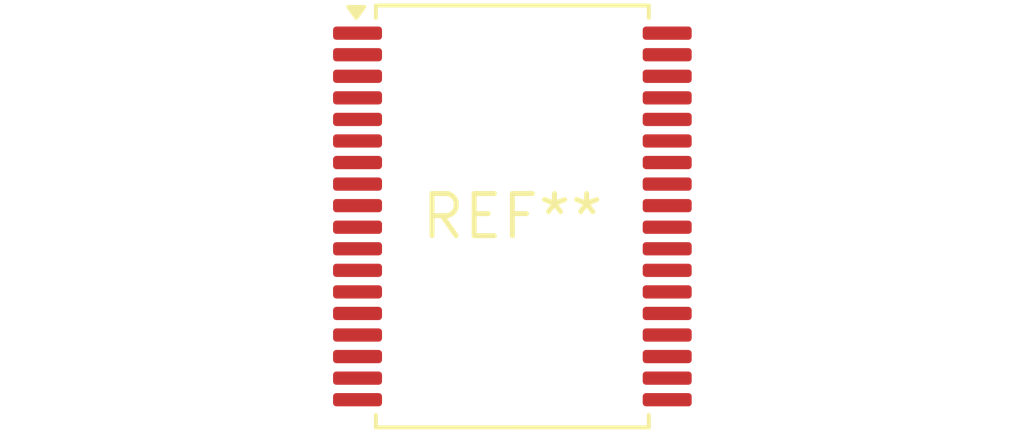
<source format=kicad_pcb>
(kicad_pcb (version 20240108) (generator pcbnew)
  (layers (0 "F.Cu" signal) (31 "B.Cu" signal) (34 "B.Paste" user) (35 "F.Paste" user) (36 "B.SilkS" user "B.Silkscreen") (37 "F.SilkS" user "F.Silkscreen") (38 "B.Mask" user) (39 "F.Mask" user) (44 "Edge.Cuts" user))
  (net 0 "")
  (footprint "TSSOP-36_8x12.5mm_P0.65mm" (layer "F.Cu") (at 0 0)
    (property "Reference" "REF**")
    (property "Value" "TSSOP-36_8x12.5mm_P0.65mm")
    (fp_line (start -4.11 -6.36) (end -4.11 -5.985) (layer "F.SilkS") (stroke (width 0.12)))
    (fp_line (start -4.11 6.36) (end -4.11 5.985) (layer "F.SilkS") (stroke (width 0.12)))
    (fp_line (start 0 -6.36) (end -4.11 -6.36) (layer "F.SilkS") (stroke (width 0.12)))
    (fp_line (start 0 -6.36) (end 4.11 -6.36) (layer "F.SilkS") (stroke (width 0.12)))
    (fp_line (start 0 6.36) (end -4.11 6.36) (layer "F.SilkS") (stroke (width 0.12)))
    (fp_line (start 0 6.36) (end 4.11 6.36) (layer "F.SilkS") (stroke (width 0.12)))
    (fp_line (start 4.11 -6.36) (end 4.11 -5.985) (layer "F.SilkS") (stroke (width 0.12)))
    (fp_line (start 4.11 6.36) (end 4.11 5.985) (layer "F.SilkS") (stroke (width 0.12)))
    (fp_poly (pts (xy -4.7 -5.985) (xy -4.94 -6.315) (xy -4.46 -6.315) (xy -4.7 -5.985)) (layer "F.SilkS") (stroke (width 0.12)) (fill solid))
    (pad "1" smd roundrect (at -4.6625 -5.525) (size 1.475 0.4) (layers "F.Cu" "F.Paste" "F.Mask"))
    (pad "2" smd roundrect (at -4.6625 -4.875) (size 1.475 0.4) (layers "F.Cu" "F.Paste" "F.Mask"))
    (pad "3" smd roundrect (at -4.6625 -4.225) (size 1.475 0.4) (layers "F.Cu" "F.Paste" "F.Mask"))
    (pad "4" smd roundrect (at -4.6625 -3.575) (size 1.475 0.4) (layers "F.Cu" "F.Paste" "F.Mask"))
    (pad "5" smd roundrect (at -4.6625 -2.925) (size 1.475 0.4) (layers "F.Cu" "F.Paste" "F.Mask"))
    (pad "6" smd roundrect (at -4.6625 -2.275) (size 1.475 0.4) (layers "F.Cu" "F.Paste" "F.Mask"))
    (pad "7" smd roundrect (at -4.6625 -1.625) (size 1.475 0.4) (layers "F.Cu" "F.Paste" "F.Mask"))
    (pad "8" smd roundrect (at -4.6625 -0.975) (size 1.475 0.4) (layers "F.Cu" "F.Paste" "F.Mask"))
    (pad "9" smd roundrect (at -4.6625 -0.325) (size 1.475 0.4) (layers "F.Cu" "F.Paste" "F.Mask"))
    (pad "10" smd roundrect (at -4.6625 0.325) (size 1.475 0.4) (layers "F.Cu" "F.Paste" "F.Mask"))
    (pad "11" smd roundrect (at -4.6625 0.975) (size 1.475 0.4) (layers "F.Cu" "F.Paste" "F.Mask"))
    (pad "12" smd roundrect (at -4.6625 1.625) (size 1.475 0.4) (layers "F.Cu" "F.Paste" "F.Mask"))
    (pad "13" smd roundrect (at -4.6625 2.275) (size 1.475 0.4) (layers "F.Cu" "F.Paste" "F.Mask"))
    (pad "14" smd roundrect (at -4.6625 2.925) (size 1.475 0.4) (layers "F.Cu" "F.Paste" "F.Mask"))
    (pad "15" smd roundrect (at -4.6625 3.575) (size 1.475 0.4) (layers "F.Cu" "F.Paste" "F.Mask"))
    (pad "16" smd roundrect (at -4.6625 4.225) (size 1.475 0.4) (layers "F.Cu" "F.Paste" "F.Mask"))
    (pad "17" smd roundrect (at -4.6625 4.875) (size 1.475 0.4) (layers "F.Cu" "F.Paste" "F.Mask"))
    (pad "18" smd roundrect (at -4.6625 5.525) (size 1.475 0.4) (layers "F.Cu" "F.Paste" "F.Mask"))
    (pad "19" smd roundrect (at 4.6625 5.525) (size 1.475 0.4) (layers "F.Cu" "F.Paste" "F.Mask"))
    (pad "20" smd roundrect (at 4.6625 4.875) (size 1.475 0.4) (layers "F.Cu" "F.Paste" "F.Mask"))
    (pad "21" smd roundrect (at 4.6625 4.225) (size 1.475 0.4) (layers "F.Cu" "F.Paste" "F.Mask"))
    (pad "22" smd roundrect (at 4.6625 3.575) (size 1.475 0.4) (layers "F.Cu" "F.Paste" "F.Mask"))
    (pad "23" smd roundrect (at 4.6625 2.925) (size 1.475 0.4) (layers "F.Cu" "F.Paste" "F.Mask"))
    (pad "24" smd roundrect (at 4.6625 2.275) (size 1.475 0.4) (layers "F.Cu" "F.Paste" "F.Mask"))
    (pad "25" smd roundrect (at 4.6625 1.625) (size 1.475 0.4) (layers "F.Cu" "F.Paste" "F.Mask"))
    (pad "26" smd roundrect (at 4.6625 0.975) (size 1.475 0.4) (layers "F.Cu" "F.Paste" "F.Mask"))
    (pad "27" smd roundrect (at 4.6625 0.325) (size 1.475 0.4) (layers "F.Cu" "F.Paste" "F.Mask"))
    (pad "28" smd roundrect (at 4.6625 -0.325) (size 1.475 0.4) (layers "F.Cu" "F.Paste" "F.Mask"))
    (pad "29" smd roundrect (at 4.6625 -0.975) (size 1.475 0.4) (layers "F.Cu" "F.Paste" "F.Mask"))
    (pad "30" smd roundrect (at 4.6625 -1.625) (size 1.475 0.4) (layers "F.Cu" "F.Paste" "F.Mask"))
    (pad "31" smd roundrect (at 4.6625 -2.275) (size 1.475 0.4) (layers "F.Cu" "F.Paste" "F.Mask"))
    (pad "32" smd roundrect (at 4.6625 -2.925) (size 1.475 0.4) (layers "F.Cu" "F.Paste" "F.Mask"))
    (pad "33" smd roundrect (at 4.6625 -3.575) (size 1.475 0.4) (layers "F.Cu" "F.Paste" "F.Mask"))
    (pad "34" smd roundrect (at 4.6625 -4.225) (size 1.475 0.4) (layers "F.Cu" "F.Paste" "F.Mask"))
    (pad "35" smd roundrect (at 4.6625 -4.875) (size 1.475 0.4) (layers "F.Cu" "F.Paste" "F.Mask"))
    (pad "36" smd roundrect (at 4.6625 -5.525) (size 1.475 0.4) (layers "F.Cu" "F.Paste" "F.Mask"))
  )
)
</source>
